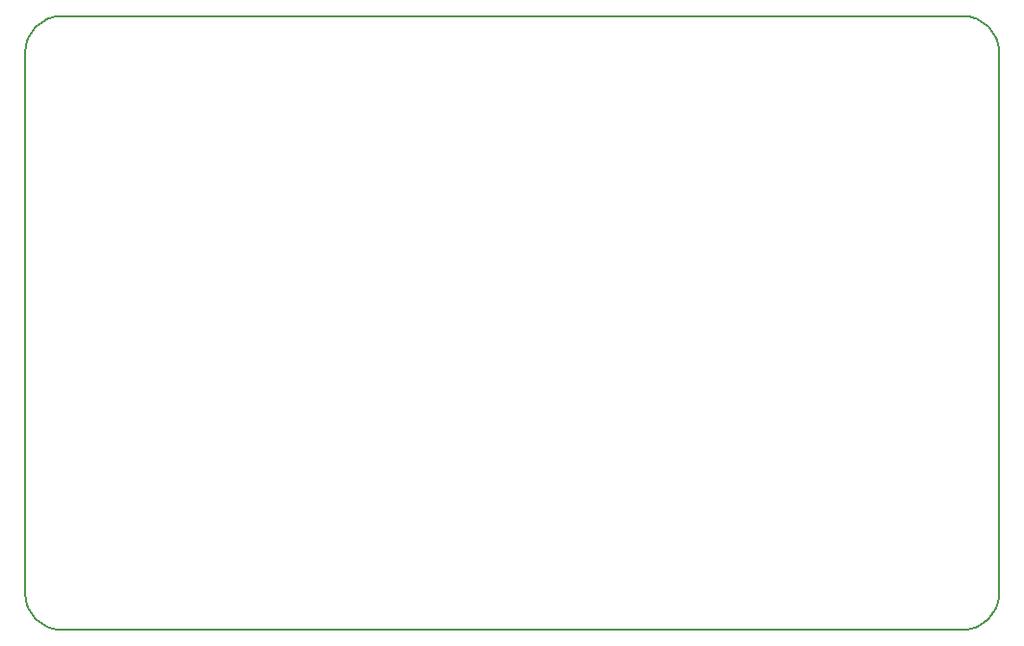
<source format=gbr>
G04 DipTrace 3.3.1.3*
G04 BoardOutline.gbr*
%MOIN*%
G04 #@! TF.FileFunction,Profile*
G04 #@! TF.Part,Single*
%ADD11C,0.005512*%
%FSLAX26Y26*%
G04*
G70*
G90*
G75*
G01*
G04 BoardOutline*
%LPD*%
X518700Y393700D2*
D11*
X3638700D1*
G03X3763700Y518700I0J125000D01*
G01*
Y2393700D1*
G03X3638700Y2518700I-125000J0D01*
G01*
X518700D1*
G03X393700Y2393700I0J-125000D01*
G01*
Y518700D1*
G03X518700Y393700I125000J0D01*
G01*
M02*

</source>
